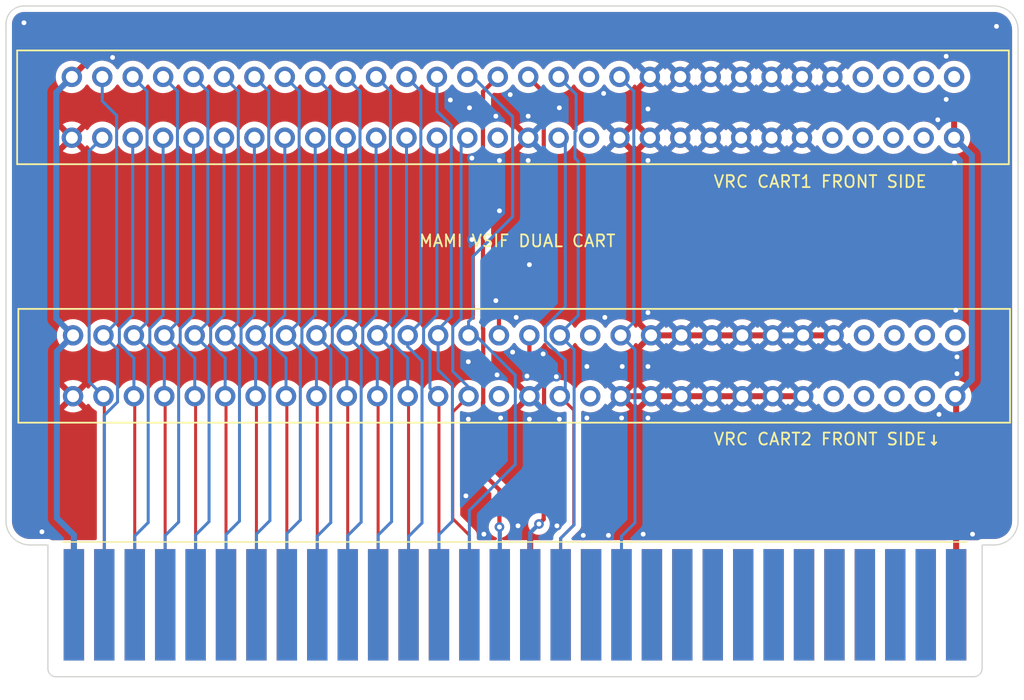
<source format=kicad_pcb>
(kicad_pcb (version 20221018) (generator pcbnew)
  (layers (0 "F.Cu" signal) (31 "B.Cu" signal) (34 "B.Paste" user) (35 "F.Paste" user) (36 "B.SilkS" user "B.Silkscreen") (37 "F.SilkS" user "F.Silkscreen") (38 "B.Mask" user) (39 "F.Mask" user) (44 "Edge.Cuts" user))
  (net 0 "")
  (net 1 "VCC")
  (net 2 "GND")
  (net 16 "SOUND IN1")
  (net 17 "SOUND OUT2")
  (net 20 "PPU ~{A13}")
  (net 22 "PPU ~{RD}")
  (net 27 "CPU R{slash}~{W}")
  (net 29 "CPU A11")
  (net 30 "CPU A10")
  (net 31 "CPU A09")
  (net 32 "CPU A08")
  (net 33 "CPU A07")
  (net 34 "CPU A06")
  (net 35 "CPU A05")
  (net 36 "CPU A04")
  (net 37 "CPU A03")
  (net 38 "CPU A02")
  (net 39 "CPU A01")
  (net 40 "CPU A00")
  (net 41 "CPU A12")
  (net 42 "CPU A13")
  (net 43 "CPU A14")
  (net 44 "CPU D7")
  (net 45 "CPU D6")
  (net 46 "CPU D5")
  (net 47 "CPU D4")
  (net 48 "CPU D3")
  (net 49 "CPU D2")
  (net 50 "CPU D1")
  (net 51 "CPU D0")
  (net 52 "PPU ~{WR}")
  (net 65 "CLK")
  (net 66 "~{ROMSEL}(~{A15}+~{CLK})")
  (net 70 "SOUND OUT1")
  (footprint "Library:NES-CART-CONN" (layer "F.Cu") (at 148.33 111.8298)
    (fp_text reference "VRC_CART2" hide)
    (fp_text value "Conn_02x30_Top_Bottom" hide)
  )
  (footprint "Library:FC_cardedge_60p" (layer "F.Cu") (at 148.4 131.7898)
    (fp_text reference "MAMICART1" hide)
    (fp_text value "Conn_02x30_Top_Bottom")
  )
  (footprint "Library:NES-CART-CONN" (layer "F.Cu") (at 148.23 90.2498)
    (fp_text reference "VRC_CART1" hide)
    (fp_text value "Conn_02x30_Top_Bottom" hide)
  )
  (gr_line (start 188.4 126.7898) (end 187.4 126.7898) (stroke (width 0.1)) (layer "Edge.Cuts"))
  (gr_arc (start 110.107106 137.7898) (mid 109.597163 137.592637) (end 109.4 137.082694) (stroke (width 0.1)) (layer "Edge.Cuts"))
  (gr_line (start 109.4 126.7898) (end 107.9 126.7898) (stroke (width 0.1)) (layer "Edge.Cuts"))
  (gr_line (start 110.107106 137.7898) (end 186.692894 137.7898) (stroke (width 0.1)) (layer "Edge.Cuts"))
  (gr_arc (start 187.4 137.082694) (mid 187.195 137.5848) (end 186.692894 137.7898) (stroke (width 0.1)) (layer "Edge.Cuts"))
  (gr_arc (start 190.4 124.7898) (mid 189.814214 126.204014) (end 188.4 126.7898) (stroke (width 0.1)) (layer "Edge.Cuts"))
  (gr_line (start 105.9 124.7898) (end 105.9 83.2898) (stroke (width 0.1)) (layer "Edge.Cuts"))
  (gr_line (start 188.4 81.7898) (end 107.4 81.7898) (stroke (width 0.1)) (layer "Edge.Cuts"))
  (gr_arc (start 105.9 83.2898) (mid 106.33934 82.22914) (end 107.4 81.7898) (stroke (width 0.1)) (layer "Edge.Cuts"))
  (gr_line (start 109.4 126.7898) (end 109.4 137.082694) (stroke (width 0.1)) (layer "Edge.Cuts"))
  (gr_line (start 190.4 124.7898) (end 190.4 83.7898) (stroke (width 0.1)) (layer "Edge.Cuts"))
  (gr_arc (start 107.9 126.7898) (mid 106.485786 126.204014) (end 105.9 124.7898) (stroke (width 0.1)) (layer "Edge.Cuts"))
  (gr_line (start 187.4 137.082694) (end 187.4 126.7898) (stroke (width 0.1)) (layer "Edge.Cuts"))
  (gr_arc (start 188.4 81.7898) (mid 189.814214 82.375586) (end 190.4 83.7898) (stroke (width 0.1)) (layer "Edge.Cuts"))
  (gr_text "MAMI VSIF DUAL CART" (at 140.3 101.9898) (layer "F.SilkS") (effects (font (size 1 1)) (justify left bottom)))
  (gr_text "VRC CART2 FRONT SIDE↓" (at 164.9 118.5398) (layer "F.SilkS") (effects (font (size 1 1)) (justify left bottom)))
  (gr_text "VRC CART1 FRONT SIDE" (at 164.9 97.0398) (layer "F.SilkS") (effects (font (size 1 1)) (justify left bottom)))
  (segment (start 187 86.5898) (end 184.6 84.1898) (width 0.5) (layer "F.Cu") (net 1))
  (segment (start 114.92 84.1898) (end 111.4 87.7098) (width 0.5) (layer "F.Cu") (net 1))
  (segment (start 185.23 114.4398) (end 185.16 114.3698) (width 0.5) (layer "F.Cu") (net 1))
  (segment (start 185.23 131.7898) (end 185.23 114.4398) (width 0.5) (layer "F.Cu") (net 1))
  (segment (start 185.06 90.8298) (end 187 88.8898) (width 0.5) (layer "F.Cu") (net 1))
  (segment (start 187 88.8898) (end 187 86.5898) (width 0.5) (layer "F.Cu") (net 1))
  (segment (start 185.06 92.7898) (end 185.06 90.8298) (width 0.5) (layer "F.Cu") (net 1))
  (segment (start 184.6 84.1898) (end 114.92 84.1898) (width 0.5) (layer "F.Cu") (net 1))
  (segment (start 110.1514 124.5412) (end 111.57 125.9598) (width 0.5) (layer "B.Cu") (net 1))
  (segment (start 111.5 109.2898) (end 110.1514 110.6384) (width 0.5) (layer "B.Cu") (net 1))
  (segment (start 186.5409 112.9889) (end 186.5409 94.2707) (width 0.5) (layer "B.Cu") (net 1))
  (segment (start 110.0982 89.0116) (end 111.4 87.7098) (width 0.5) (layer "B.Cu") (net 1))
  (segment (start 110.0982 107.888) (end 110.0982 89.0116) (width 0.5) (layer "B.Cu") (net 1))
  (segment (start 110.1514 110.6384) (end 110.1514 124.5412) (width 0.5) (layer "B.Cu") (net 1))
  (segment (start 111.5 109.2898) (end 110.0982 107.888) (width 0.5) (layer "B.Cu") (net 1))
  (segment (start 185.16 114.3698) (end 186.5409 112.9889) (width 0.5) (layer "B.Cu") (net 1))
  (segment (start 186.5409 94.2707) (end 185.06 92.7898) (width 0.5) (layer "B.Cu") (net 1))
  (segment (start 111.57 125.9598) (end 111.57 131.7898) (width 0.5) (layer "B.Cu") (net 1))
  (segment (start 162.3 114.3698) (end 159.76 114.3698) (width 0.5) (layer "F.Cu") (net 2))
  (segment (start 111.57 131.7898) (end 111.57 125.8698) (width 0.5) (layer "F.Cu") (net 2))
  (segment (start 162.3 109.2898) (end 164.84 109.2898) (width 0.5) (layer "F.Cu") (net 2))
  (segment (start 159.76 109.2898) (end 162.3 109.2898) (width 0.5) (layer "F.Cu") (net 2))
  (segment (start 164.84 114.3698) (end 167.38 114.3698) (width 0.5) (layer "F.Cu") (net 2))
  (segment (start 169.92 114.3698) (end 172.46 114.3698) (width 0.5) (layer "F.Cu") (net 2))
  (segment (start 159.76 114.3698) (end 157.22 114.3698) (width 0.5) (layer "F.Cu") (net 2))
  (segment (start 167.38 109.2898) (end 169.92 109.2898) (width 0.5) (layer "F.Cu") (net 2))
  (segment (start 167.38 114.3698) (end 169.92 114.3698) (width 0.5) (layer "F.Cu") (net 2))
  (segment (start 164.84 109.2898) (end 167.38 109.2898) (width 0.5) (layer "F.Cu") (net 2))
  (segment (start 172.46 109.2898) (end 175 109.2898) (width 0.5) (layer "F.Cu") (net 2))
  (segment (start 148.65 125.1898) (end 148.85 125.1898) (width 0.5) (layer "F.Cu") (net 2))
  (segment (start 162.3 114.3698) (end 164.84 114.3698) (width 0.5) (layer "F.Cu") (net 2))
  (segment (start 149.67 126.0098) (end 149.67 131.7898) (width 0.5) (layer "F.Cu") (net 2))
  (via (at 185.3 112.4898) (size 0.8) (drill 0.4) (layers "F.Cu" "B.Cu") (net 2))
  (via (at 154.1 125.9898) (size 0.8) (drill 0.4) (layers "F.Cu" "B.Cu") (net 2))
  (via (at 159.5 107.3898) (size 0.8) (drill 0.4) (layers "F.Cu" "B.Cu") (net 2))
  (via (at 147.2 116.1898) (size 0.8) (drill 0.4) (layers "F.Cu" "B.Cu") (net 2))
  (via (at 107.4 83.1898) (size 0.8) (drill 0.4) (layers "F.Cu" "B.Cu") (net 2))
  (via (at 159.5 94.6898) (size 0.8) (drill 0.4) (layers "F.Cu" "B.Cu") (net 2))
  (via (at 154.4 111.8898) (size 0.8) (drill 0.4) (layers "F.Cu" "B.Cu") (net 2))
  (via (at 156.2 125.9898) (size 0.8) (drill 0.4) (layers "F.Cu" "B.Cu") (net 2))
  (via (at 144.8 101.2898) (size 0.8) (drill 0.4) (layers "F.Cu" "B.Cu") (net 2))
  (via (at 157.35 111.8898) (size 0.8) (drill 0.4) (layers "F.Cu" "B.Cu") (net 2))
  (via (at 159.5 90.3898) (size 0.8) (drill 0.4) (layers "F.Cu" "B.Cu") (net 2))
  (via (at 149.4 112.6898) (size 0.8) (drill 0.4) (layers "F.Cu" "B.Cu") (net 2))
  (via (at 151.9 125.1898) (size 0.8) (drill 0.4) (layers "F.Cu" "B.Cu") (net 2))
  (via (at 159.5 111.8898) (size 0.8) (drill 0.4) (layers "F.Cu" "B.Cu") (net 2))
  (via (at 151.85 112.7398) (size 0.8) (drill 0.4) (layers "F.Cu" "B.Cu") (net 2))
  (via (at 185.2 107.1898) (size 0.8) (drill 0.4) (layers "F.Cu" "B.Cu") (net 2))
  (via (at 114.8 86.0898) (size 0.8) (drill 0.4) (layers "F.Cu" "B.Cu") (net 2))
  (via (at 146.8 90.9898) (size 0.8) (drill 0.4) (layers "F.Cu" "B.Cu") (net 2))
  (via (at 146.9 112.5898) (size 0.8) (drill 0.4) (layers "F.Cu" "B.Cu") (net 2))
  (via (at 146.8 106.3898) (size 0.8) (drill 0.4) (layers "F.Cu" "B.Cu") (net 2))
  (via (at 145.8 125.8898) (size 0.8) (drill 0.4) (layers "F.Cu" "B.Cu") (net 2))
  (via (at 144.5 111.4898) (size 0.8) (drill 0.4) (layers "F.Cu" "B.Cu") (net 2))
  (via (at 184.4 89.5898) (size 0.8) (drill 0.4) (layers "F.Cu" "B.Cu") (net 2))
  (via (at 152.1 90.2898) (size 0.8) (drill 0.4) (layers "F.Cu" "B.Cu") (net 2))
  (via (at 184.4 85.9898) (size 0.8) (drill 0.4) (layers "F.Cu" "B.Cu") (net 2))
  (via (at 186.6 125.8898) (size 0.8) (drill 0.4) (layers "F.Cu" "B.Cu") (net 2))
  (via (at 185.1 94.8898) (size 0.8) (drill 0.4) (layers "F.Cu" "B.Cu") (net 2))
  (via (at 144.6 90.2898) (size 0.8) (drill 0.4) (layers "F.Cu" "B.Cu") (net 2))
  (via (at 144.8 94.4898) (size 0.8) (drill 0.4) (layers "F.Cu" "B.Cu") (net 2))
  (via (at 157.3 116.1898) (size 0.8) (drill 0.4) (layers "F.Cu" "B.Cu") (net 2))
  (via (at 150.75 110.8398) (size 0.8) (drill 0.4) (layers "F.Cu" "B.Cu") (net 2))
  (via (at 154.4 116.1898) (size 0.8) (drill 0.4) (layers "F.Cu" "B.Cu") (net 2))
  (via (at 149.5 94.6898) (size 0.8) (drill 0.4) (layers "F.Cu" "B.Cu") (net 2))
  (via (at 147.1 98.8898) (size 0.8) (drill 0.4) (layers "F.Cu" "B.Cu") (net 2))
  (via (at 148 89.1898) (size 0.8) (drill 0.4) (layers "F.Cu" "B.Cu") (net 2))
  (via (at 155.8 89.0898) (size 0.8) (drill 0.4) (layers "F.Cu" "B.Cu") (net 2))
  (via (at 148.2 110.6898) (size 0.8) (drill 0.4) (layers "F.Cu" "B.Cu") (net 2))
  (via (at 149.6 116.2898) (size 0.8) (drill 0.4) (layers "F.Cu" "B.Cu") (net 2))
  (via (at 144.5 116.2898) (size 0.8) (drill 0.4) (layers "F.Cu" "B.Cu") (net 2))
  (via (at 147.1 94.6898) (size 0.8) (drill 0.4) (layers "F.Cu" "B.Cu") (net 2))
  (via (at 108.9 125.6898) (size 0.8) (drill 0.4) (layers "F.Cu" "B.Cu") (net 2))
  (via (at 188.6 83.4898) (size 0.8) (drill 0.4) (layers "F.Cu" "B.Cu") (net 2))
  (via (at 155.9 107.7898) (size 0.8) (drill 0.4) (layers "F.Cu" "B.Cu") (net 2))
  (via (at 149.5 90.9898) (size 0.8) (drill 0.4) (layers "F.Cu" "B.Cu") (net 2))
  (via (at 148.5 107.7898) (size 0.8) (drill 0.4) (layers "F.Cu" "B.Cu") (net 2))
  (via (at 185.3 111.0898) (size 0.8) (drill 0.4) (layers "F.Cu" "B.Cu") (net 2))
  (via (at 148.65 125.1898) (size 0.8) (drill 0.4) (layers "F.Cu" "B.Cu") (net 2))
  (via (at 143 89.6398) (size 0.8) (drill 0.4) (layers "F.Cu" "B.Cu") (net 2))
  (via (at 183.8 115.8898) (size 0.8) (drill 0.4) (layers "F.Cu" "B.Cu") (net 2))
  (via (at 183.7 91.2898) (size 0.8) (drill 0.4) (layers "F.Cu" "B.Cu") (net 2))
  (via (at 149.6 103.3898) (size 0.8) (drill 0.4) (layers "F.Cu" "B.Cu") (net 2))
  (via (at 159.1 125.8898) (size 0.8) (drill 0.4) (layers "F.Cu" "B.Cu") (net 2))
  (via (at 152.1 116.2898) (size 0.8) (drill 0.4) (layers "F.Cu" "B.Cu") (net 2))
  (via (at 144.3 122.6898) (size 0.8) (drill 0.4) (layers "F.Cu" "B.Cu") (net 2))
  (via (at 159.5 116.1898) (size 0.8) (drill 0.4) (layers "F.Cu" "B.Cu") (net 2))
  (segment (start 172.46 109.2898) (end 172.36 109.1898) (width 0.5) (layer "B.Cu") (net 2))
  (segment (start 172.26 109.2898) (end 172.36 109.1898) (width 0.5) (layer "B.Cu") (net 2))
  (segment (start 169.92 109.2898) (end 172.26 109.2898) (width 0.5) (layer "B.Cu") (net 2))
  (segment (start 145.745 108.782388) (end 145.725 108.762388) (width 0.35) (layer "F.Cu") (net 16))
  (segment (start 145.725 114.897212) (end 145.745 114.877212) (width 0.35) (layer "F.Cu") (net 16))
  (segment (start 145.725 108.762388) (end 145.725 107.709679) (width 0.35) (layer "F.Cu") (net 16))
  (segment (start 147.1 125.2898) (end 147.1 122.1898) (width 0.35) (layer "F.Cu") (net 16))
  (segment (start 147.1 122.1898) (end 145.725 120.8148) (width 0.35) (layer "F.Cu") (net 16))
  (segment (start 145.732382 106.665666) (end 145.725 106.658284) (width 0.35) (layer "F.Cu") (net 16))
  (segment (start 145.725 120.8148) (end 145.725 114.897212) (width 0.35) (layer "F.Cu") (net 16))
  (segment (start 145.725 107.709679) (end 145.732382 107.702297) (width 0.35) (layer "F.Cu") (net 16))
  (segment (start 145.745 114.877212) (end 145.745 108.782388) (width 0.35) (layer "F.Cu") (net 16))
  (segment (start 145.732382 107.702297) (end 145.732382 106.665666) (width 0.35) (layer "F.Cu") (net 16))
  (segment (start 145.725 88.9448) (end 146.96 87.7098) (width 0.35) (layer "F.Cu") (net 16))
  (segment (start 145.725 106.658284) (end 145.725 88.9448) (width 0.35) (layer "F.Cu") (net 16))
  (via (at 147.1 125.2898) (size 0.8) (drill 0.4) (layers "F.Cu" "B.Cu") (net 16))
  (segment (start 147.13 125.3198) (end 147.13 131.7898) (width 0.35) (layer "B.Cu") (net 16))
  (segment (start 147.1 125.2898) (end 147.13 125.3198) (width 0.35) (layer "B.Cu") (net 16))
  (segment (start 150.825 112.6148) (end 149.6 111.3898) (width 0.35) (layer "F.Cu") (net 17))
  (segment (start 150.825 115.2598) (end 150.825 112.6148) (width 0.35) (layer "F.Cu") (net 17))
  (segment (start 150.795 115.2898) (end 150.825 115.2598) (width 0.35) (layer "F.Cu") (net 17))
  (segment (start 149.6 111.3898) (end 149.6 109.2898) (width 0.35) (layer "F.Cu") (net 17))
  (segment (start 150.795 124.6448) (end 150.795 115.2898) (width 0.35) (layer "F.Cu") (net 17))
  (segment (start 150.4 125.0398) (end 150.795 124.6448) (width 0.35) (layer "F.Cu") (net 17))
  (via (at 150.4 125.0398) (size 0.8) (drill 0.4) (layers "F.Cu" "B.Cu") (net 17))
  (segment (start 150.4 125.0398) (end 149.67 125.7698) (width 0.35) (layer "B.Cu") (net 17))
  (segment (start 149.67 125.7698) (end 149.67 131.7898) (width 0.35) (layer "B.Cu") (net 17))
  (segment (start 157.22 109.2898) (end 158.3169 108.1929) (width 0.25) (layer "B.Cu") (net 20))
  (segment (start 158.415 110.4848) (end 157.22 109.2898) (width 0.25) (layer "B.Cu") (net 20))
  (segment (start 158.3169 88.9067) (end 157.12 87.7098) (width 0.25) (layer "B.Cu") (net 20))
  (segment (start 158.415 124.937452) (end 158.415 110.4848) (width 0.25) (layer "B.Cu") (net 20))
  (segment (start 157.29 126.062452) (end 158.415 124.937452) (width 0.25) (layer "B.Cu") (net 20))
  (segment (start 157.29 131.7898) (end 157.29 126.062452) (width 0.25) (layer "B.Cu") (net 20))
  (segment (start 158.3169 108.1929) (end 158.3169 88.9067) (width 0.25) (layer "B.Cu") (net 20))
  (segment (start 152.21 131.7898) (end 152.21 126.2298) (width 0.25) (layer "F.Cu") (net 22))
  (segment (start 153.3 125.1398) (end 153.3 115.5298) (width 0.25) (layer "F.Cu") (net 22))
  (segment (start 153.3 115.5298) (end 152.14 114.3698) (width 0.25) (layer "F.Cu") (net 22))
  (segment (start 152.21 126.2298) (end 153.3 125.1398) (width 0.25) (layer "F.Cu") (net 22))
  (segment (start 152.14 114.3698) (end 152.6 113.9098) (width 0.25) (layer "B.Cu") (net 22))
  (segment (start 152.6 93.3498) (end 152.04 92.7898) (width 0.25) (layer "B.Cu") (net 22))
  (segment (start 152.6 106.8898) (end 152.6 93.3498) (width 0.25) (layer "B.Cu") (net 22))
  (segment (start 150.9351 109.746601) (end 150.9351 108.5547) (width 0.25) (layer "B.Cu") (net 22))
  (segment (start 152.6 111.364495) (end 151.700305 110.4648) (width 0.25) (layer "B.Cu") (net 22))
  (segment (start 150.9351 108.5547) (end 152.6 106.8898) (width 0.25) (layer "B.Cu") (net 22))
  (segment (start 151.700305 110.4648) (end 151.653299 110.4648) (width 0.25) (layer "B.Cu") (net 22))
  (segment (start 152.6 113.9098) (end 152.6 111.364495) (width 0.25) (layer "B.Cu") (net 22))
  (segment (start 151.653299 110.4648) (end 150.9351 109.746601) (width 0.25) (layer "B.Cu") (net 22))
  (segment (start 143.2 124.5898) (end 143.2 115.6898) (width 0.25) (layer "F.Cu") (net 27))
  (segment (start 144.59 131.7898) (end 144.59 125.9798) (width 0.25) (layer "F.Cu") (net 27))
  (segment (start 143.2 115.6898) (end 144.52 114.3698) (width 0.25) (layer "F.Cu") (net 27))
  (segment (start 144.59 125.9798) (end 143.2 124.5898) (width 0.25) (layer "F.Cu") (net 27))
  (segment (start 143.2 112.2898) (end 143.2 108.5898) (width 0.25) (layer "B.Cu") (net 27))
  (segment (start 144.52 113.6098) (end 143.2 112.2898) (width 0.25) (layer "B.Cu") (net 27))
  (segment (start 144.52 114.3698) (end 144.52 113.6098) (width 0.25) (layer "B.Cu") (net 27))
  (segment (start 143.9 93.3098) (end 144.42 92.7898) (width 0.25) (layer "B.Cu") (net 27))
  (segment (start 143.9 107.8898) (end 143.9 93.3098) (width 0.25) (layer "B.Cu") (net 27))
  (segment (start 143.2 108.5898) (end 143.9 107.8898) (width 0.25) (layer "B.Cu") (net 27))
  (segment (start 114.11 114.4398) (end 114.04 114.3698) (width 0.25) (layer "F.Cu") (net 29))
  (segment (start 114.11 131.7898) (end 114.11 114.4398) (width 0.25) (layer "F.Cu") (net 29))
  (segment (start 112.8431 93.8867) (end 113.94 92.7898) (width 0.25) (layer "B.Cu") (net 29))
  (segment (start 114.04 114.3698) (end 112.8431 113.1729) (width 0.25) (layer "B.Cu") (net 29))
  (segment (start 112.8431 113.1729) (end 112.8431 93.8867) (width 0.25) (layer "B.Cu") (net 29))
  (segment (start 116.65 114.4398) (end 116.58 114.3698) (width 0.25) (layer "F.Cu") (net 30))
  (segment (start 116.65 131.7898) (end 116.65 114.4398) (width 0.25) (layer "F.Cu") (net 30))
  (segment (start 115.3672 109.9803) (end 115.3672 108.72) (width 0.25) (layer "B.Cu") (net 30))
  (segment (start 116.58 111.1931) (end 115.3672 109.9803) (width 0.25) (layer "B.Cu") (net 30))
  (segment (start 116.58 114.3698) (end 116.58 111.1931) (width 0.25) (layer "B.Cu") (net 30))
  (segment (start 116.48 107.6072) (end 116.48 92.7898) (width 0.25) (layer "B.Cu") (net 30))
  (segment (start 115.3672 108.72) (end 116.48 107.6072) (width 0.25) (layer "B.Cu") (net 30))
  (segment (start 119.19 131.7898) (end 119.19 114.4398) (width 0.25) (layer "F.Cu") (net 31))
  (segment (start 119.19 114.4398) (end 119.12 114.3698) (width 0.25) (layer "F.Cu") (net 31))
  (segment (start 119.02 107.6072) (end 119.02 92.7898) (width 0.25) (layer "B.Cu") (net 31))
  (segment (start 119.12 111.1931) (end 117.9072 109.9803) (width 0.25) (layer "B.Cu") (net 31))
  (segment (start 117.9072 109.9803) (end 117.9072 108.72) (width 0.25) (layer "B.Cu") (net 31))
  (segment (start 119.12 114.3698) (end 119.12 111.1931) (width 0.25) (layer "B.Cu") (net 31))
  (segment (start 117.9072 108.72) (end 119.02 107.6072) (width 0.25) (layer "B.Cu") (net 31))
  (segment (start 121.73 114.4398) (end 121.66 114.3698) (width 0.25) (layer "F.Cu") (net 32))
  (segment (start 121.73 131.7898) (end 121.73 114.4398) (width 0.25) (layer "F.Cu") (net 32))
  (segment (start 121.66 114.3698) (end 121.66 111.1931) (width 0.25) (layer "B.Cu") (net 32))
  (segment (start 121.66 111.1931) (end 120.4472 109.9803) (width 0.25) (layer "B.Cu") (net 32))
  (segment (start 121.56 107.6072) (end 121.56 92.7898) (width 0.25) (layer "B.Cu") (net 32))
  (segment (start 120.4472 108.72) (end 121.56 107.6072) (width 0.25) (layer "B.Cu") (net 32))
  (segment (start 120.4472 109.9803) (end 120.4472 108.72) (width 0.25) (layer "B.Cu") (net 32))
  (segment (start 124.27 131.7898) (end 124.27 114.4398) (width 0.25) (layer "F.Cu") (net 33))
  (segment (start 124.27 114.4398) (end 124.2 114.3698) (width 0.25) (layer "F.Cu") (net 33))
  (segment (start 124.1 107.6072) (end 124.1 92.7898) (width 0.25) (layer "B.Cu") (net 33))
  (segment (start 122.9872 109.9803) (end 122.9872 108.72) (width 0.25) (layer "B.Cu") (net 33))
  (segment (start 124.2 111.1931) (end 122.9872 109.9803) (width 0.25) (layer "B.Cu") (net 33))
  (segment (start 124.2 114.3698) (end 124.2 111.1931) (width 0.25) (layer "B.Cu") (net 33))
  (segment (start 122.9872 108.72) (end 124.1 107.6072) (width 0.25) (layer "B.Cu") (net 33))
  (segment (start 126.81 114.4398) (end 126.74 114.3698) (width 0.25) (layer "F.Cu") (net 34))
  (segment (start 126.81 131.7898) (end 126.81 114.4398) (width 0.25) (layer "F.Cu") (net 34))
  (segment (start 126.74 114.3698) (end 126.74 111.1931) (width 0.25) (layer "B.Cu") (net 34))
  (segment (start 125.5272 108.72) (end 126.64 107.6072) (width 0.25) (layer "B.Cu") (net 34))
  (segment (start 126.64 107.6072) (end 126.64 92.7898) (width 0.25) (layer "B.Cu") (net 34))
  (segment (start 126.74 111.1931) (end 125.5272 109.9803) (width 0.25) (layer "B.Cu") (net 34))
  (segment (start 125.5272 109.9803) (end 125.5272 108.72) (width 0.25) (layer "B.Cu") (net 34))
  (segment (start 129.35 131.7898) (end 129.35 114.4398) (width 0.25) (layer "F.Cu") (net 35))
  (segment (start 129.35 114.4398) (end 129.28 114.3698) (width 0.25) (layer "F.Cu") (net 35))
  (segment (start 129.18 107.6072) (end 129.18 92.7898) (width 0.25) (layer "B.Cu") (net 35))
  (segment (start 129.28 111.1931) (end 128.0672 109.9803) (width 0.25) (layer "B.Cu") (net 35))
  (segment (start 128.0672 109.9803) (end 128.0672 108.72) (width 0.25) (layer "B.Cu") (net 35))
  (segment (start 129.28 114.3698) (end 129.28 111.1931) (width 0.25) (layer "B.Cu") (net 35))
  (segment (start 128.0672 108.72) (end 129.18 107.6072) (width 0.25) (layer "B.Cu") (net 35))
  (segment (start 131.89 114.4398) (end 131.82 114.3698) (width 0.25) (layer "F.Cu") (net 36))
  (segment (start 131.89 131.7898) (end 131.89 114.4398) (width 0.25) (layer "F.Cu") (net 36))
  (segment (start 130.6072 108.72) (end 131.72 107.6072) (width 0.25) (layer "B.Cu") (net 36))
  (segment (start 131.82 111.1931) (end 130.6072 109.9803) (width 0.25) (layer "B.Cu") (net 36))
  (segment (start 131.82 114.3698) (end 131.82 111.1931) (width 0.25) (layer "B.Cu") (net 36))
  (segment (start 131.72 107.6072) (end 131.72 92.7898) (width 0.25) (layer "B.Cu") (net 36))
  (segment (start 130.6072 109.9803) (end 130.6072 108.72) (width 0.25) (layer "B.Cu") (net 36))
  (segment (start 134.43 131.7898) (end 134.43 114.4398) (width 0.25) (layer "F.Cu") (net 37))
  (segment (start 134.43 114.4398) (end 134.36 114.3698) (width 0.25) (layer "F.Cu") (net 37))
  (segment (start 133.1472 109.9803) (end 133.1472 108.72) (width 0.25) (layer "B.Cu") (net 37))
  (segment (start 134.36 114.3698) (end 134.36 111.1931) (width 0.25) (layer "B.Cu") (net 37))
  (segment (start 134.36 111.1931) (end 133.1472 109.9803) (width 0.25) (layer "B.Cu") (net 37))
  (segment (start 133.1472 108.72) (end 134.26 107.6072) (width 0.25) (layer "B.Cu") (net 37))
  (segment (start 134.26 107.6072) (end 134.26 92.7898) (width 0.25) (layer "B.Cu") (net 37))
  (segment (start 136.97 114.4398) (end 136.9 114.3698) (width 0.25) (layer "F.Cu") (net 38))
  (segment (start 136.97 131.7898) (end 136.97 114.4398) (width 0.25) (layer "F.Cu") (net 38))
  (segment (start 135.6872 108.72) (end 136.8 107.6072) (width 0.25) (layer "B.Cu") (net 38))
  (segment (start 135.6872 109.9803) (end 135.6872 108.72) (width 0.25) (layer "B.Cu") (net 38))
  (segment (start 136.9 114.3698) (end 136.9 111.1931) (width 0.25) (layer "B.Cu") (net 38))
  (segment (start 136.9 111.1931) (end 135.6872 109.9803) (width 0.25) (layer "B.Cu") (net 38))
  (segment (start 136.8 107.6072) (end 136.8 92.7898) (width 0.25) (layer "B.Cu") (net 38))
  (segment (start 139.51 114.4398) (end 139.44 114.3698) (width 0.25) (layer "F.Cu") (net 39))
  (segment (start 139.51 127.5898) (end 139.51 114.4398) (width 0.25) (layer "F.Cu") (net 39))
  (segment (start 139.34 107.6072) (end 139.34 92.7898) (width 0.25) (layer "B.Cu") (net 39))
  (segment (start 138.2272 108.72) (end 139.34 107.6072) (width 0.25) (layer "B.Cu") (net 39))
  (segment (start 138.2272 109.9803) (end 138.2272 108.72) (width 0.25) (layer "B.Cu") (net 39))
  (segment (start 139.44 114.3698) (end 139.44 111.1931) (width 0.25) (layer "B.Cu") (net 39))
  (segment (start 139.44 111.1931) (end 138.2272 109.9803) (width 0.25) (layer "B.Cu") (net 39))
  (segment (start 142.05 131.7898) (end 142.05 114.4398) (width 0.25) (layer "F.Cu") (net 40))
  (segment (start 142.05 114.4398) (end 141.98 114.3698) (width 0.25) (layer "F.Cu") (net 40))
  (segment (start 140.7672 108.72) (end 141.88 107.6072) (width 0.25) (layer "B.Cu") (net 40))
  (segment (start 141.98 114.3698) (end 141.3 113.6898) (width 0.25) (layer "B.Cu") (net 40))
  (segment (start 141.88 107.6072) (end 141.88 92.7898) (width 0.25) (layer "B.Cu") (net 40))
  (segment (start 140.7672 109.9803) (end 140.7672 108.72) (width 0.25) (layer "B.Cu") (net 40))
  (segment (start 141.3 110.5131) (end 140.7672 109.9803) (width 0.25) (layer "B.Cu") (net 40))
  (segment (start 141.3 113.6898) (end 141.3 110.5131) (width 0.25) (layer "B.Cu") (net 40))
  (segment (start 116.65 131.7898) (end 116.65 126.0398) (width 0.25) (layer "B.Cu") (net 41))
  (segment (start 117.6769 108.1929) (end 117.6769 88.9067) (width 0.25) (layer "B.Cu") (net 41))
  (segment (start 117.775 124.9148) (end 117.775 110.4848) (width 0.25) (layer "B.Cu") (net 41))
  (segment (start 116.58 109.2898) (end 117.6769 108.1929) (width 0.25) (layer "B.Cu") (net 41))
  (segment (start 117.6769 88.9067) (end 116.48 87.7098) (width 0.25) (layer "B.Cu") (net 41))
  (segment (start 117.775 110.4848) (end 116.58 109.2898) (width 0.25) (layer "B.Cu") (net 41))
  (segment (start 116.65 126.0398) (end 117.775 124.9148) (width 0.25) (layer "B.Cu") (net 41))
  (segment (start 120.2169 108.1929) (end 120.2169 88.9067) (width 0.25) (layer "B.Cu") (net 42))
  (segment (start 119.19 131.7898) (end 119.19 125.9998) (width 0.25) (layer "B.Cu") (net 42))
  (segment (start 119.12 109.2898) (end 120.2169 108.1929) (width 0.25) (layer "B.Cu") (net 42))
  (segment (start 120.315 110.4848) (end 119.12 109.2898) (width 0.25) (layer "B.Cu") (net 42))
  (segment (start 119.19 125.9998) (end 120.315 124.8748) (width 0.25) (layer "B.Cu") (net 42))
  (segment (start 120.315 124.8748) (end 120.315 110.4848) (width 0.25) (layer "B.Cu") (net 42))
  (segment (start 120.2169 88.9067) (end 119.02 87.7098) (width 0.25) (layer "B.Cu") (net 42))
  (segment (start 122.855 124.8348) (end 122.855 110.4848) (width 0.25) (layer "B.Cu") (net 43))
  (segment (start 122.855 110.4848) (end 121.66 109.2898) (width 0.25) (layer "B.Cu") (net 43))
  (segment (start 122.7569 108.1929) (end 122.7569 88.9067) (width 0.25) (layer "B.Cu") (net 43))
  (segment (start 121.73 131.7898) (end 121.73 125.9598) (width 0.25) (layer "B.Cu") (net 43))
  (segment (start 121.66 109.2898) (end 122.7569 108.1929) (width 0.25) (layer "B.Cu") (net 43))
  (segment (start 122.7569 88.9067) (end 121.56 87.7098) (width 0.25) (layer "B.Cu") (net 43))
  (segment (start 121.73 125.9598) (end 122.855 124.8348) (width 0.25) (layer "B.Cu") (net 43))
  (segment (start 125.395 110.4848) (end 124.2 109.2898) (width 0.25) (layer "B.Cu") (net 44))
  (segment (start 125.2969 88.9067) (end 124.1 87.7098) (width 0.25) (layer "B.Cu") (net 44))
  (segment (start 125.395 124.7948) (end 125.395 110.4848) (width 0.25) (layer "B.Cu") (net 44))
  (segment (start 124.27 131.7898) (end 124.27 125.9198) (width 0.25) (layer "B.Cu") (net 44))
  (segment (start 124.27 125.9198) (end 125.395 124.7948) (width 0.25) (layer "B.Cu") (net 44))
  (segment (start 124.2 109.2898) (end 125.2969 108.1929) (width 0.25) (layer "B.Cu") (net 44))
  (segment (start 125.2969 108.1929) (end 125.2969 88.9067) (width 0.25) (layer "B.Cu") (net 44))
  (segment (start 127.8369 88.9067) (end 126.64 87.7098) (width 0.25) (layer "B.Cu") (net 45))
  (segment (start 126.81 131.7898) (end 126.81 125.8798) (width 0.25) (layer "B.Cu") (net 45))
  (segment (start 126.74 109.2898) (end 127.8369 108.1929) (width 0.25) (layer "B.Cu") (net 45))
  (segment (start 127.935 110.4848) (end 126.74 109.2898) (width 0.25) (layer "B.Cu") (net 45))
  (segment (start 126.81 125.8798) (end 127.935 124.7548) (width 0.25) (layer "B.Cu") (net 45))
  (segment (start 127.935 124.7548) (end 127.935 110.4848) (width 0.25) (layer "B.Cu") (net 45))
  (segment (start 127.8369 108.1929) (end 127.8369 88.9067) (width 0.25) (layer "B.Cu") (net 45))
  (segment (start 129.35 131.7898) (end 129.35 125.8398) (width 0.25) (layer "B.Cu") (net 46))
  (segment (start 130.475 124.7148) (end 130.475 110.4848) (width 0.25) (layer "B.Cu") (net 46))
  (segment (start 130.3769 108.1929) (end 130.3769 88.9067) (width 0.25) (layer "B.Cu") (net 46))
  (segment (start 129.35 125.8398) (end 130.475 124.7148) (width 0.25) (layer "B.Cu") (net 46))
  (segment (start 129.28 109.2898) (end 130.3769 108.1929) (width 0.25) (layer "B.Cu") (net 46))
  (segment (start 130.3769 88.9067) (end 129.18 87.7098) (width 0.25) (layer "B.Cu") (net 46))
  (segment (start 130.475 110.4848) (end 129.28 109.2898) (width 0.25) (layer "B.Cu") (net 46))
  (segment (start 132.9169 88.9067) (end 131.72 87.7098) (width 0.25) (layer "B.Cu") (net 47))
  (segment (start 133.015 110.4848) (end 131.82 109.2898) (width 0.25) (layer "B.Cu") (net 47))
  (segment (start 133.015 124.9248) (end 133.015 110.4848) (width 0.25) (layer "B.Cu") (net 47))
  (segment (start 132.9169 108.1929) (end 132.9169 88.9067) (width 0.25) (layer "B.Cu") (net 47))
  (segment (start 131.82 109.2898) (end 132.9169 108.1929) (width 0.25) (layer "B.Cu") (net 47))
  (segment (start 131.89 126.0498) (end 133.015 124.9248) (width 0.25) (layer "B.Cu") (net 47))
  (segment (start 131.89 131.7898) (end 131.89 126.0498) (width 0.25) (layer "B.Cu") (net 47))
  (segment (start 134.43 126.0098) (end 135.555 124.8848) (width 0.25) (layer "B.Cu") (net 48))
  (segment (start 135.555 110.4848) (end 134.36 109.2898) (width 0.25) (layer "B.Cu") (net 48))
  (segment (start 135.4569 88.9067) (end 134.26 87.7098) (width 0.25) (layer "B.Cu") (net 48))
  (segment (start 135.555 124.8848) (end 135.555 110.4848) (width 0.25) (layer "B.Cu") (net 48))
  (segment (start 135.4569 108.1929) (end 135.4569 88.9067) (width 0.25) (layer "B.Cu") (net 48))
  (segment (start 134.43 131.7898) (end 134.43 126.0098) (width 0.25) (layer "B.Cu") (net 48))
  (segment (start 134.36 109.2898) (end 135.4569 108.1929) (width 0.25) (layer "B.Cu") (net 48))
  (segment (start 136.9 109.2898) (end 137.9969 108.1929) (width 0.25) (layer "B.Cu") (net 49))
  (segment (start 136.97 125.9698) (end 138.095 124.8448) (width 0.25) (layer "B.Cu") (net 49))
  (segment (start 137.9969 88.9067) (end 136.8 87.7098) (width 0.25) (layer "B.Cu") (net 49))
  (segment (start 138.095 124.8448) (end 138.095 110.4848) (width 0.25) (layer "B.Cu") (net 49))
  (segment (start 137.9969 108.1929) (end 137.9969 88.9067) (width 0.25) (layer "B.Cu") (net 49))
  (segment (start 136.97 131.7898) (end 136.97 125.9698) (width 0.25) (layer "B.Cu") (net 49))
  (segment (start 138.095 110.4848) (end 136.9 109.2898) (width 0.25) (layer "B.Cu") (net 49))
  (segment (start 139.44 110.2298) (end 139.44 109.2898) (width 0.25) (layer "B.Cu") (net 50))
  (segment (start 140.635 111.4248) (end 139.44 110.2298) (width 0.25) (layer "B.Cu") (net 50))
  (segment (start 140.635 124.9548) (end 140.635 111.4248) (width 0.25) (layer "B.Cu") (net 50))
  (segment (start 140.5369 88.9067) (end 139.34 87.7098) (width 0.25) (layer "B.Cu") (net 50))
  (segment (start 140.5369 108.1929) (end 140.5369 88.9067) (width 0.25) (layer "B.Cu") (net 50))
  (segment (start 139.44 109.2898) (end 140.5369 108.1929) (width 0.25) (layer "B.Cu") (net 50))
  (segment (start 139.51 126.0798) (end 140.635 124.9548) (width 0.25) (layer "B.Cu") (net 50))
  (segment (start 139.51 131.7898) (end 139.51 126.0798) (width 0.25) (layer "B.Cu") (net 50))
  (segment (start 141.88 90.5698) (end 141.88 87.7098) (width 0.25) (layer "B.Cu") (net 51))
  (segment (start 141.98 108.8098) (end 143.0769 107.7129) (width 0.25) (layer "B.Cu") (net 51))
  (segment (start 142.05 125.924163) (end 143.175 124.799163) (width 0.25) (layer "B.Cu") (net 51))
  (segment (start 142.05 131.7898) (end 142.05 125.924163) (width 0.25) (layer "B.Cu") (net 51))
  (segment (start 143.0769 91.7667) (end 141.88 90.5698) (width 0.25) (layer "B.Cu") (net 51))
  (segment (start 143.175 124.799163) (end 143.175 113.3648) (width 0.25) (layer "B.Cu") (net 51))
  (segment (start 143.175 113.3648) (end 141.98 112.1698) (width 0.25) (layer "B.Cu") (net 51))
  (segment (start 141.98 112.1698) (end 141.98 109.2898) (width 0.25) (layer "B.Cu") (net 51))
  (segment (start 143.0769 107.7129) (end 143.0769 91.7667) (width 0.25) (layer "B.Cu") (net 51))
  (segment (start 141.98 109.2898) (end 141.98 108.8098) (width 0.25) (layer "B.Cu") (net 51))
  (segment (start 153.405 92.303099) (end 153.5 92.208099) (width 0.25) (layer "B.Cu") (net 52))
  (segment (start 153.405 94.4848) (end 153.405 92.303099) (width 0.25) (layer "B.Cu") (net 52))
  (segment (start 153.335 110.4848) (end 152.14 109.2898) (width 0.25) (layer "B.Cu") (net 52))
  (segment (start 153.675 94.7548) (end 153.405 94.4848) (width 0.25) (layer "B.Cu") (net 52))
  (segment (start 153.335 125.1048) (end 153.335 110.4848) (width 0.25) (layer "B.Cu") (net 52))
  (segment (start 153.675 107.6348) (end 153.675 94.7548) (width 0.25) (layer "B.Cu") (net 52))
  (segment (start 153.5 92.208099) (end 153.5 89.1698) (width 0.25) (layer "B.Cu") (net 52))
  (segment (start 152.14 109.2898) (end 152.14 109.1698) (width 0.25) (layer "B.Cu") (net 52))
  (segment (start 152.14 109.1698) (end 153.675 107.6348) (width 0.25) (layer "B.Cu") (net 52))
  (segment (start 152.21 126.2298) (end 153.335 125.1048) (width 0.25) (layer "B.Cu") (net 52))
  (segment (start 152.21 131.7898) (end 152.21 126.2298) (width 0.25) (layer "B.Cu") (net 52))
  (segment (start 153.5 89.1698) (end 152.04 87.7098) (width 0.25) (layer "B.Cu") (net 52))
  (segment (start 113.94 89.7298) (end 113.94 87.7098) (width 0.25) (layer "B.Cu") (net 65))
  (segment (start 115.215 110.4648) (end 114.04 109.2898) (width 0.25) (layer "B.Cu") (net 65))
  (segment (start 114.04 109.2898) (end 115.1369 108.1929) (width 0.25) (layer "B.Cu") (net 65))
  (segment (start 115.215 114.856501) (end 115.215 110.4648) (width 0.25) (layer "B.Cu") (net 65))
  (segment (start 114.11 131.7898) (end 114.11 115.961501) (width 0.25) (layer "B.Cu") (net 65))
  (segment (start 114.11 115.961501) (end 115.215 114.856501) (width 0.25) (layer "B.Cu") (net 65))
  (segment (start 115.1369 108.1929) (end 115.1369 90.9267) (width 0.25) (layer "B.Cu") (net 65))
  (segment (start 115.1369 90.9267) (end 113.94 89.7298) (width 0.25) (layer "B.Cu") (net 65))
  (segment (start 144.52 108.143596) (end 144.873796 107.7898) (width 0.25) (layer "B.Cu") (net 66))
  (segment (start 144.882653 87.7098) (end 144.42 87.7098) (width 0.25) (layer "B.Cu") (net 66))
  (segment (start 144.59 131.7898) (end 144.59 123.8998) (width 0.25) (layer "B.Cu") (net 66))
  (segment (start 145.1 109.2898) (end 144.52 109.2898) (width 0.25) (layer "B.Cu") (net 66))
  (segment (start 148.2 91.027147) (end 144.882653 87.7098) (width 0.25) (layer "B.Cu") (net 66))
  (segment (start 144.59 123.8998) (end 148.425 120.0648) (width 0.25) (layer "B.Cu") (net 66))
  (segment (start 144.52 109.2898) (end 144.52 108.143596) (width 0.25) (layer "B.Cu") (net 66))
  (segment (start 148.2 99.3898) (end 148.2 91.027147) (width 0.25) (layer "B.Cu") (net 66))
  (segment (start 148.425 112.6148) (end 145.1 109.2898) (width 0.25) (layer "B.Cu") (net 66))
  (segment (start 148.425 120.0648) (end 148.425 112.6148) (width 0.25) (layer "B.Cu") (net 66))
  (segment (start 144.873796 102.716004) (end 148.2 99.3898) (width 0.25) (layer "B.Cu") (net 66))
  (segment (start 144.873796 107.7898) (end 144.873796 102.716004) (width 0.25) (layer "B.Cu") (net 66))
  (segment (start 147.06 107.6298) (end 150.8 103.8898) (width 0.35) (layer "F.Cu") (net 70))
  (segment (start 150.8 103.8898) (end 150.8 89.0098) (width 0.35) (layer "F.Cu") (net 70))
  (segment (start 150.8 89.0098) (end 149.5 87.7098) (width 0.35) (layer "F.Cu") (net 70))
  (segment (start 147.06 109.2898) (end 147.06 107.6298) (width 0.35) (layer "F.Cu") (net 70))
  (zone (net 2) (net_name "GND") (layers "F&B.Cu") (connect_pads (clearance 0.5)) (min_thickness 0.25) (fill yes (thermal_gap 0.5) (thermal_bridge_width 0.5))
    (polygon (pts (xy 105.4 81.2898) (xy 105.4 126.3898) (xy 190.9 126.3898) (xy 190.9 81.2898)))
  )
  (zone (net 0) (net_name "") (layer "B.Cu") (connect_pads (clearance 0)) (min_thickness 0.25)
    (keepout (tracks allowed) (vias allowed) (pads allowed) (copperpour not_allowed) (footprints allowed))
    (fill (thermal_gap 0.5) (thermal_bridge_width 0.5))
    (polygon (pts (xy 110.9 89.1898) (xy 113.4 89.1898) (xy 112.7 92.2898) (xy 111.7 91.6898)))
  )
  (zone (net 0) (net_name "") (layer "B.Cu") (connect_pads (clearance 0)) (min_thickness 0.25)
    (keepout (tracks allowed) (vias allowed) (pads allowed) (copperpour not_allowed) (footprints allowed))
    (fill (thermal_gap 0.5) (thermal_bridge_width 0.5))
    (polygon (pts (xy 112.7 114.7898) (xy 111.8 115.5898) (xy 112.1 115.8898) (xy 112.9 115.0898)))
  )
)
</source>
